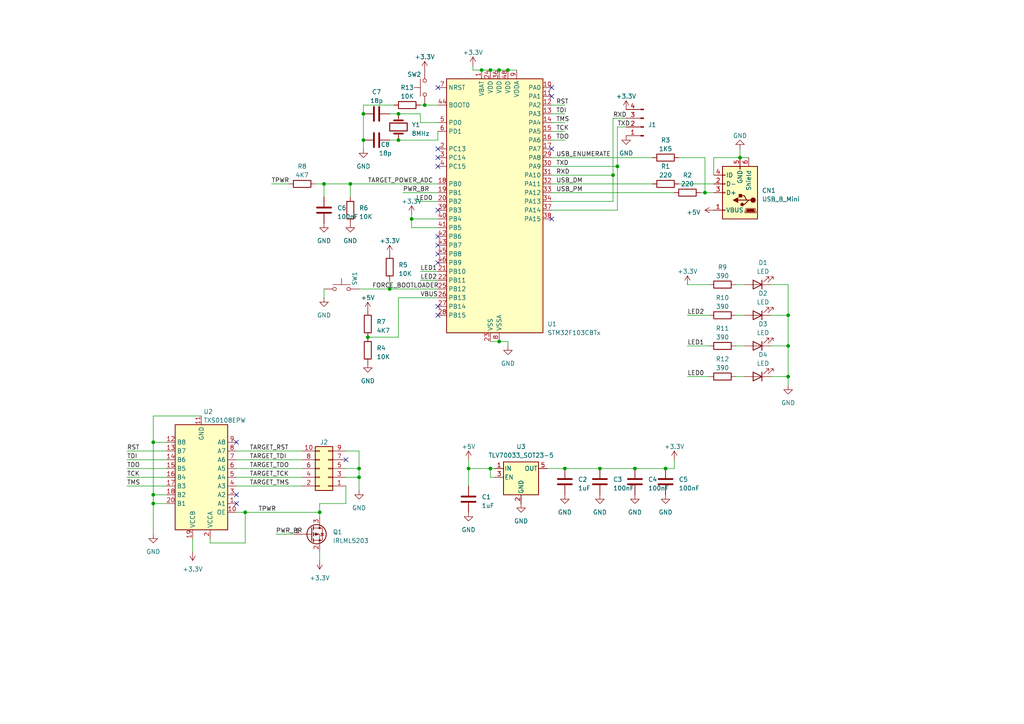
<source format=kicad_sch>
(kicad_sch (version 20230121) (generator eeschema)
  (paper "A4")
  (lib_symbols
    (symbol "Connector:Conn_01x04_Pin" (pin_names (offset 1.016) hide)
      (property "Reference" "J" (at 0 5.08 0))
      (property "Value" "Conn_01x04_Pin" (at 0 -7.62 0))
      (symbol "Conn_01x04_Pin_1_1"
        (polyline (pts (xy 1.27 -5.08) (xy 0.8636 -5.08)) (stroke (width 0.1524)))
        (polyline (pts (xy 1.27 -2.54) (xy 0.8636 -2.54)) (stroke (width 0.1524)))
        (polyline (pts (xy 1.27 0) (xy 0.8636 0)) (stroke (width 0.1524)))
        (polyline (pts (xy 1.27 2.54) (xy 0.8636 2.54)) (stroke (width 0.1524)))
        (rectangle (start 0.8636 -4.953) (end 0 -5.207) (stroke (width 0.1524)) (fill (type outline)))
        (rectangle (start 0.8636 -2.413) (end 0 -2.667) (stroke (width 0.1524)) (fill (type outline)))
        (rectangle (start 0.8636 0.127) (end 0 -0.127) (stroke (width 0.1524)) (fill (type outline)))
        (rectangle (start 0.8636 2.667) (end 0 2.413) (stroke (width 0.1524)) (fill (type outline)))
        (pin passive line (at 5.08 2.54 180) (length 3.81) (name "Pin_1") (number "1"))
        (pin passive line (at 5.08 0 180) (length 3.81) (name "Pin_2") (number "2"))
        (pin passive line (at 5.08 -2.54 180) (length 3.81) (name "Pin_3") (number "3"))
        (pin passive line (at 5.08 -5.08 180) (length 3.81) (name "Pin_4") (number "4"))
      )
    )
    (symbol "Connector:USB_B_Mini" (pin_names (offset 1.016))
      (property "Reference" "J" (at -5.08 11.43 0))
      (property "Value" "USB_B_Mini" (at -5.08 8.89 0))
      (symbol "USB_B_Mini_0_1"
        (rectangle (start -5.08 -7.62) (end 5.08 7.62) (stroke (width 0.254)) (fill (type background)))
        (circle (center -3.81 2.159) (radius 0.635) (stroke (width 0.254)) (fill (type outline)))
        (circle (center -0.635 3.429) (radius 0.381) (stroke (width 0.254)) (fill (type outline)))
        (rectangle (start -0.127 -7.62) (end 0.127 -6.858))
        (polyline (pts (xy -1.905 2.159) (xy 0.635 2.159)) (stroke (width 0.254)))
        (polyline (pts (xy -3.175 2.159) (xy -2.54 2.159) (xy -1.27 3.429) (xy -0.635 3.429)) (stroke (width 0.254)))
        (polyline (pts (xy -2.54 2.159) (xy -1.905 2.159) (xy -1.27 0.889) (xy 0 0.889)) (stroke (width 0.254)))
        (polyline (pts (xy 0.635 2.794) (xy 0.635 1.524) (xy 1.905 2.159) (xy 0.635 2.794)) (stroke (width 0.254)) (fill (type outline)))
        (polyline (pts (xy -4.318 5.588) (xy -1.778 5.588) (xy -2.032 4.826) (xy -4.064 4.826) (xy -4.318 5.588)) (fill (type outline)))
        (polyline (pts (xy -4.699 5.842) (xy -4.699 5.588) (xy -4.445 4.826) (xy -4.445 4.572) (xy -1.651 4.572) (xy -1.651 4.826) (xy -1.397 5.588) (xy -1.397 5.842) (xy -4.699 5.842)))
        (rectangle (start 0.254 1.27) (end -0.508 0.508) (stroke (width 0.254)) (fill (type outline)))
        (rectangle (start 5.08 -5.207) (end 4.318 -4.953))
        (rectangle (start 5.08 -2.667) (end 4.318 -2.413))
        (rectangle (start 5.08 -0.127) (end 4.318 0.127))
        (rectangle (start 5.08 4.953) (end 4.318 5.207))
      )
      (symbol "USB_B_Mini_1_1"
        (pin power_out line (at 7.62 5.08 180) (length 2.54) (name "VBUS") (number "1"))
        (pin bidirectional line (at 7.62 -2.54 180) (length 2.54) (name "D-") (number "2"))
        (pin bidirectional line (at 7.62 0 180) (length 2.54) (name "D+") (number "3"))
        (pin passive line (at 7.62 -5.08 180) (length 2.54) (name "ID") (number "4"))
        (pin power_out line (at 0 -10.16 90) (length 2.54) (name "GND") (number "5"))
        (pin passive line (at -2.54 -10.16 90) (length 2.54) (name "Shield") (number "6"))
      )
    )
    (symbol "Connector_Generic:Conn_02x05_Odd_Even" (pin_names (offset 1.016) hide)
      (property "Reference" "J" (at 1.27 7.62 0))
      (property "Value" "Conn_02x05_Odd_Even" (at 1.27 -7.62 0))
      (symbol "Conn_02x05_Odd_Even_1_1"
        (rectangle (start -1.27 -4.953) (end 0 -5.207) (stroke (width 0.1524)))
        (rectangle (start -1.27 -2.413) (end 0 -2.667) (stroke (width 0.1524)))
        (rectangle (start -1.27 0.127) (end 0 -0.127) (stroke (width 0.1524)))
        (rectangle (start -1.27 2.667) (end 0 2.413) (stroke (width 0.1524)))
        (rectangle (start -1.27 5.207) (end 0 4.953) (stroke (width 0.1524)))
        (rectangle (start -1.27 6.35) (end 3.81 -6.35) (stroke (width 0.254)) (fill (type background)))
        (rectangle (start 3.81 -4.953) (end 2.54 -5.207) (stroke (width 0.1524)))
        (rectangle (start 3.81 -2.413) (end 2.54 -2.667) (stroke (width 0.1524)))
        (rectangle (start 3.81 0.127) (end 2.54 -0.127) (stroke (width 0.1524)))
        (rectangle (start 3.81 2.667) (end 2.54 2.413) (stroke (width 0.1524)))
        (rectangle (start 3.81 5.207) (end 2.54 4.953) (stroke (width 0.1524)))
        (pin passive line (at -5.08 5.08 0) (length 3.81) (name "Pin_1") (number "1"))
        (pin passive line (at 7.62 -5.08 180) (length 3.81) (name "Pin_10") (number "10"))
        (pin passive line (at 7.62 5.08 180) (length 3.81) (name "Pin_2") (number "2"))
        (pin passive line (at -5.08 2.54 0) (length 3.81) (name "Pin_3") (number "3"))
        (pin passive line (at 7.62 2.54 180) (length 3.81) (name "Pin_4") (number "4"))
        (pin passive line (at -5.08 0 0) (length 3.81) (name "Pin_5") (number "5"))
        (pin passive line (at 7.62 0 180) (length 3.81) (name "Pin_6") (number "6"))
        (pin passive line (at -5.08 -2.54 0) (length 3.81) (name "Pin_7") (number "7"))
        (pin passive line (at 7.62 -2.54 180) (length 3.81) (name "Pin_8") (number "8"))
        (pin passive line (at -5.08 -5.08 0) (length 3.81) (name "Pin_9") (number "9"))
      )
    )
    (symbol "Device:C" (pin_numbers hide) (pin_names (offset 0.254))
      (property "Reference" "C" (at 0.635 2.54 0))
      (property "Value" "C" (at 0.635 -2.54 0))
      (symbol "C_0_1"
        (polyline (pts (xy -2.032 -0.762) (xy 2.032 -0.762)) (stroke (width 0.508)))
        (polyline (pts (xy -2.032 0.762) (xy 2.032 0.762)) (stroke (width 0.508)))
      )
      (symbol "C_1_1"
        (pin passive line (at 0 3.81 270) (length 2.794) (name "~") (number "1"))
        (pin passive line (at 0 -3.81 90) (length 2.794) (name "~") (number "2"))
      )
    )
    (symbol "Device:Crystal" (pin_numbers hide) (pin_names (offset 1.016) hide)
      (property "Reference" "Y" (at 0 3.81 0))
      (property "Value" "Crystal" (at 0 -3.81 0))
      (symbol "Crystal_0_1"
        (rectangle (start -1.143 2.54) (end 1.143 -2.54) (stroke (width 0.3048)))
        (polyline (pts (xy -2.54 0) (xy -1.905 0)))
        (polyline (pts (xy -1.905 -1.27) (xy -1.905 1.27)) (stroke (width 0.508)))
        (polyline (pts (xy 1.905 -1.27) (xy 1.905 1.27)) (stroke (width 0.508)))
        (polyline (pts (xy 2.54 0) (xy 1.905 0)))
      )
      (symbol "Crystal_1_1"
        (pin passive line (at -3.81 0 0) (length 1.27) (name "1") (number "1"))
        (pin passive line (at 3.81 0 180) (length 1.27) (name "2") (number "2"))
      )
    )
    (symbol "Device:LED" (pin_numbers hide) (pin_names (offset 1.016) hide)
      (property "Reference" "D" (at 0 2.54 0))
      (property "Value" "LED" (at 0 -2.54 0))
      (symbol "LED_0_1"
        (polyline (pts (xy -1.27 -1.27) (xy -1.27 1.27)) (stroke (width 0.254)))
        (polyline (pts (xy -1.27 0) (xy 1.27 0)))
        (polyline (pts (xy 1.27 -1.27) (xy 1.27 1.27) (xy -1.27 0) (xy 1.27 -1.27)) (stroke (width 0.254)))
        (polyline (pts (xy -3.048 -0.762) (xy -4.572 -2.286) (xy -3.81 -2.286) (xy -4.572 -2.286) (xy -4.572 -1.524)))
        (polyline (pts (xy -1.778 -0.762) (xy -3.302 -2.286) (xy -2.54 -2.286) (xy -3.302 -2.286) (xy -3.302 -1.524)))
      )
      (symbol "LED_1_1"
        (pin passive line (at -3.81 0 0) (length 2.54) (name "K") (number "1"))
        (pin passive line (at 3.81 0 180) (length 2.54) (name "A") (number "2"))
      )
    )
    (symbol "Device:R" (pin_numbers hide) (pin_names (offset 0))
      (property "Reference" "R" (at 2.032 0 90))
      (property "Value" "R" (at 0 0 90))
      (symbol "R_0_1"
        (rectangle (start -1.016 -2.54) (end 1.016 2.54) (stroke (width 0.254)))
      )
      (symbol "R_1_1"
        (pin passive line (at 0 3.81 270) (length 1.27) (name "~") (number "1"))
        (pin passive line (at 0 -3.81 90) (length 1.27) (name "~") (number "2"))
      )
    )
    (symbol "Logic_LevelTranslator:TXS0108EPW"
      (property "Reference" "U" (at -6.35 16.51 0))
      (property "Value" "TXS0108EPW" (at 3.81 16.51 0))
      (symbol "TXS0108EPW_0_1"
        (rectangle (start -7.62 15.24) (end 7.62 -15.24) (stroke (width 0.254)) (fill (type background)))
      )
      (symbol "TXS0108EPW_1_1"
        (pin bidirectional line (at -10.16 7.62 0) (length 2.54) (name "A1") (number "1"))
        (pin input line (at -10.16 10.16 0) (length 2.54) (name "OE") (number "10"))
        (pin power_in line (at 0 -17.78 90) (length 2.54) (name "GND") (number "11"))
        (pin bidirectional line (at 10.16 -10.16 180) (length 2.54) (name "B8") (number "12"))
        (pin bidirectional line (at 10.16 -7.62 180) (length 2.54) (name "B7") (number "13"))
        (pin bidirectional line (at 10.16 -5.08 180) (length 2.54) (name "B6") (number "14"))
        (pin bidirectional line (at 10.16 -2.54 180) (length 2.54) (name "B5") (number "15"))
        (pin bidirectional line (at 10.16 0 180) (length 2.54) (name "B4") (number "16"))
        (pin bidirectional line (at 10.16 2.54 180) (length 2.54) (name "B3") (number "17"))
        (pin bidirectional line (at 10.16 5.08 180) (length 2.54) (name "B2") (number "18"))
        (pin power_in line (at 2.54 17.78 270) (length 2.54) (name "VCCB") (number "19"))
        (pin power_in line (at -2.54 17.78 270) (length 2.54) (name "VCCA") (number "2"))
        (pin bidirectional line (at 10.16 7.62 180) (length 2.54) (name "B1") (number "20"))
        (pin bidirectional line (at -10.16 5.08 0) (length 2.54) (name "A2") (number "3"))
        (pin bidirectional line (at -10.16 2.54 0) (length 2.54) (name "A3") (number "4"))
        (pin bidirectional line (at -10.16 0 0) (length 2.54) (name "A4") (number "5"))
        (pin bidirectional line (at -10.16 -2.54 0) (length 2.54) (name "A5") (number "6"))
        (pin bidirectional line (at -10.16 -5.08 0) (length 2.54) (name "A6") (number "7"))
        (pin bidirectional line (at -10.16 -7.62 0) (length 2.54) (name "A7") (number "8"))
        (pin bidirectional line (at -10.16 -10.16 0) (length 2.54) (name "A8") (number "9"))
      )
    )
    (symbol "MCU_ST_STM32F1:STM32F103CBTx"
      (property "Reference" "U" (at -12.7 39.37 0))
      (property "Value" "STM32F103CBTx" (at 10.16 39.37 0))
      (symbol "STM32F103CBTx_0_1"
        (rectangle (start -12.7 -35.56) (end 15.24 38.1) (stroke (width 0.254)) (fill (type background)))
      )
      (symbol "STM32F103CBTx_1_1"
        (pin power_in line (at -2.54 40.64 270) (length 2.54) (name "VBAT") (number "1"))
        (pin bidirectional line (at 17.78 35.56 180) (length 2.54) (name "PA0") (number "10"))
        (pin bidirectional line (at 17.78 33.02 180) (length 2.54) (name "PA1") (number "11"))
        (pin bidirectional line (at 17.78 30.48 180) (length 2.54) (name "PA2") (number "12"))
        (pin bidirectional line (at 17.78 27.94 180) (length 2.54) (name "PA3") (number "13"))
        (pin bidirectional line (at 17.78 25.4 180) (length 2.54) (name "PA4") (number "14"))
        (pin bidirectional line (at 17.78 22.86 180) (length 2.54) (name "PA5") (number "15"))
        (pin bidirectional line (at 17.78 20.32 180) (length 2.54) (name "PA6") (number "16"))
        (pin bidirectional line (at 17.78 17.78 180) (length 2.54) (name "PA7") (number "17"))
        (pin bidirectional line (at -15.24 7.62 0) (length 2.54) (name "PB0") (number "18"))
        (pin bidirectional line (at -15.24 5.08 0) (length 2.54) (name "PB1") (number "19"))
        (pin bidirectional line (at -15.24 17.78 0) (length 2.54) (name "PC13") (number "2"))
        (pin bidirectional line (at -15.24 2.54 0) (length 2.54) (name "PB2") (number "20"))
        (pin bidirectional line (at -15.24 -17.78 0) (length 2.54) (name "PB10") (number "21"))
        (pin bidirectional line (at -15.24 -20.32 0) (length 2.54) (name "PB11") (number "22"))
        (pin power_in line (at 0 -38.1 90) (length 2.54) (name "VSS") (number "23"))
        (pin power_in line (at 0 40.64 270) (length 2.54) (name "VDD") (number "24"))
        (pin bidirectional line (at -15.24 -22.86 0) (length 2.54) (name "PB12") (number "25"))
        (pin bidirectional line (at -15.24 -25.4 0) (length 2.54) (name "PB13") (number "26"))
        (pin bidirectional line (at -15.24 -27.94 0) (length 2.54) (name "PB14") (number "27"))
        (pin bidirectional line (at -15.24 -30.48 0) (length 2.54) (name "PB15") (number "28"))
        (pin bidirectional line (at 17.78 15.24 180) (length 2.54) (name "PA8") (number "29"))
        (pin bidirectional line (at -15.24 15.24 0) (length 2.54) (name "PC14") (number "3"))
        (pin bidirectional line (at 17.78 12.7 180) (length 2.54) (name "PA9") (number "30"))
        (pin bidirectional line (at 17.78 10.16 180) (length 2.54) (name "PA10") (number "31"))
        (pin bidirectional line (at 17.78 7.62 180) (length 2.54) (name "PA11") (number "32"))
        (pin bidirectional line (at 17.78 5.08 180) (length 2.54) (name "PA12") (number "33"))
        (pin bidirectional line (at 17.78 2.54 180) (length 2.54) (name "PA13") (number "34"))
        (pin passive line (at 0 -38.1 90) (length 2.54) hide (name "VSS") (number "35"))
        (pin power_in line (at 2.54 40.64 270) (length 2.54) (name "VDD") (number "36"))
        (pin bidirectional line (at 17.78 0 180) (length 2.54) (name "PA14") (number "37"))
        (pin bidirectional line (at 17.78 -2.54 180) (length 2.54) (name "PA15") (number "38"))
        (pin bidirectional line (at -15.24 0 0) (length 2.54) (name "PB3") (number "39"))
        (pin bidirectional line (at -15.24 12.7 0) (length 2.54) (name "PC15") (number "4"))
        (pin bidirectional line (at -15.24 -2.54 0) (length 2.54) (name "PB4") (number "40"))
        (pin bidirectional line (at -15.24 -5.08 0) (length 2.54) (name "PB5") (number "41"))
        (pin bidirectional line (at -15.24 -7.62 0) (length 2.54) (name "PB6") (number "42"))
        (pin bidirectional line (at -15.24 -10.16 0) (length 2.54) (name "PB7") (number "43"))
        (pin input line (at -15.24 30.48 0) (length 2.54) (name "BOOT0") (number "44"))
        (pin bidirectional line (at -15.24 -12.7 0) (length 2.54) (name "PB8") (number "45"))
        (pin bidirectional line (at -15.24 -15.24 0) (length 2.54) (name "PB9") (number "46"))
        (pin passive line (at 0 -38.1 90) (length 2.54) hide (name "VSS") (number "47"))
        (pin power_in line (at 5.08 40.64 270) (length 2.54) (name "VDD") (number "48"))
        (pin bidirectional line (at -15.24 25.4 0) (length 2.54) (name "PD0") (number "5"))
        (pin bidirectional line (at -15.24 22.86 0) (length 2.54) (name "PD1") (number "6"))
        (pin input line (at -15.24 35.56 0) (length 2.54) (name "NRST") (number "7"))
        (pin power_in line (at 2.54 -38.1 90) (length 2.54) (name "VSSA") (number "8"))
        (pin power_in line (at 7.62 40.64 270) (length 2.54) (name "VDDA") (number "9"))
      )
    )
    (symbol "Regulator_Linear:TLV70033_SOT23-5" (pin_names (offset 0.254))
      (property "Reference" "U" (at -3.81 5.715 0))
      (property "Value" "TLV70033_SOT23-5" (at 0 5.715 0))
      (symbol "TLV70033_SOT23-5_0_1"
        (rectangle (start -5.08 4.445) (end 5.08 -5.08) (stroke (width 0.254)) (fill (type background)))
      )
      (symbol "TLV70033_SOT23-5_1_1"
        (pin power_in line (at -7.62 2.54 0) (length 2.54) (name "IN") (number "1"))
        (pin power_in line (at 0 -7.62 90) (length 2.54) (name "GND") (number "2"))
        (pin input line (at -7.62 0 0) (length 2.54) (name "EN") (number "3"))
        (pin no_connect line (at 5.08 0 180) (length 2.54) hide (name "NC") (number "4"))
        (pin power_out line (at 7.62 2.54 180) (length 2.54) (name "OUT") (number "5"))
      )
    )
    (symbol "Switch:SW_Push" (pin_numbers hide) (pin_names (offset 1.016) hide)
      (property "Reference" "SW" (at 1.27 2.54 0))
      (property "Value" "SW_Push" (at 0 -1.524 0))
      (symbol "SW_Push_0_1"
        (circle (center -2.032 0) (radius 0.508))
        (polyline (pts (xy 0 1.27) (xy 0 3.048)))
        (polyline (pts (xy 2.54 1.27) (xy -2.54 1.27)))
        (circle (center 2.032 0) (radius 0.508))
        (pin passive line (at -5.08 0 0) (length 2.54) (name "1") (number "1"))
        (pin passive line (at 5.08 0 180) (length 2.54) (name "2") (number "2"))
      )
    )
    (symbol "Transistor_FET:IRLML5203" (pin_names hide)
      (property "Reference" "Q" (at 5.08 1.905 0))
      (property "Value" "IRLML5203" (at 5.08 0 0))
      (symbol "IRLML5203_0_1"
        (polyline (pts (xy 0.254 0) (xy -2.54 0)))
        (polyline (pts (xy 0.254 1.905) (xy 0.254 -1.905)) (stroke (width 0.254)))
        (polyline (pts (xy 0.762 -1.27) (xy 0.762 -2.286)) (stroke (width 0.254)))
        (polyline (pts (xy 0.762 0.508) (xy 0.762 -0.508)) (stroke (width 0.254)))
        (polyline (pts (xy 0.762 2.286) (xy 0.762 1.27)) (stroke (width 0.254)))
        (polyline (pts (xy 2.54 2.54) (xy 2.54 1.778)))
        (polyline (pts (xy 2.54 -2.54) (xy 2.54 0) (xy 0.762 0)))
        (polyline (pts (xy 0.762 1.778) (xy 3.302 1.778) (xy 3.302 -1.778) (xy 0.762 -1.778)))
        (polyline (pts (xy 2.286 0) (xy 1.27 0.381) (xy 1.27 -0.381) (xy 2.286 0)) (fill (type outline)))
        (polyline (pts (xy 2.794 -0.508) (xy 2.921 -0.381) (xy 3.683 -0.381) (xy 3.81 -0.254)))
        (polyline (pts (xy 3.302 -0.381) (xy 2.921 0.254) (xy 3.683 0.254) (xy 3.302 -0.381)))
        (circle (center 1.651 0) (radius 2.794) (stroke (width 0.254)))
        (circle (center 2.54 -1.778) (radius 0.254) (fill (type outline)))
        (circle (center 2.54 1.778) (radius 0.254) (fill (type outline)))
      )
      (symbol "IRLML5203_1_1"
        (pin input line (at -5.08 0 0) (length 2.54) (name "G") (number "1"))
        (pin passive line (at 2.54 -5.08 90) (length 2.54) (name "S") (number "2"))
        (pin passive line (at 2.54 5.08 270) (length 2.54) (name "D") (number "3"))
      )
    )
    (symbol "power:+3.3V" (power) (pin_names (offset 0))
      (property "Value" "+3.3V" (at 0 3.556 0))
      (symbol "+3.3V_0_1"
        (polyline (pts (xy -0.762 1.27) (xy 0 2.54)))
        (polyline (pts (xy 0 0) (xy 0 2.54)))
        (polyline (pts (xy 0 2.54) (xy 0.762 1.27)))
      )
      (symbol "+3.3V_1_1"
        (pin power_in line (at 0 0 90) (length 0) hide (name "+3.3V") (number "1"))
      )
    )
    (symbol "power:+5V" (power) (pin_names (offset 0))
      (property "Value" "+5V" (at 0 3.556 0))
      (symbol "+5V_0_1"
        (polyline (pts (xy -0.762 1.27) (xy 0 2.54)))
        (polyline (pts (xy 0 0) (xy 0 2.54)))
        (polyline (pts (xy 0 2.54) (xy 0.762 1.27)))
      )
      (symbol "+5V_1_1"
        (pin power_in line (at 0 0 90) (length 0) hide (name "+5V") (number "1"))
      )
    )
    (symbol "power:GND" (power) (pin_names (offset 0))
      (property "Value" "GND" (at 0 -3.81 0))
      (symbol "GND_0_1"
        (polyline (pts (xy 0 0) (xy 0 -1.27) (xy 1.27 -1.27) (xy 0 -2.54) (xy -1.27 -1.27) (xy 0 -1.27)))
      )
      (symbol "GND_1_1"
        (pin power_in line (at 0 0 270) (length 0) hide (name "GND") (number "1"))
      )
    )
  )
  (junction (at 115.57 40.64))
  (junction (at 93.98 53.34))
  (junction (at 228.6 109.22))
  (junction (at 177.8 50.8))
  (junction (at 228.6 100.33))
  (junction (at 105.41 40.64))
  (junction (at 228.6 91.44))
  (junction (at 142.24 135.89))
  (junction (at 179.07 48.26))
  (junction (at 144.78 20.32))
  (junction (at 214.63 45.72))
  (junction (at 173.99 135.89))
  (junction (at 142.24 20.32))
  (junction (at 144.78 99.06))
  (junction (at 44.45 143.51))
  (junction (at 106.68 97.79))
  (junction (at 139.7 20.32))
  (junction (at 44.45 128.27))
  (junction (at 147.32 20.32))
  (junction (at 115.57 33.02))
  (junction (at 204.47 55.88))
  (junction (at 184.15 135.89))
  (junction (at 44.45 146.05))
  (junction (at 135.89 135.89))
  (junction (at 101.6 53.34))
  (junction (at 105.41 33.02))
  (junction (at 92.71 148.59))
  (junction (at 163.83 135.89))
  (junction (at 104.14 135.89))
  (junction (at 123.19 30.48))
  (junction (at 193.04 135.89))
  (junction (at 119.38 63.5))
  (junction (at 71.12 148.59))
  (junction (at 113.03 83.82))
  (junction (at 104.14 138.43))
  (no_connect (at 127 60.96))
  (no_connect (at 68.58 128.27))
  (no_connect (at 127 71.12))
  (no_connect (at 160.02 27.94))
  (no_connect (at 127 91.44))
  (no_connect (at 127 88.9))
  (no_connect (at 68.58 143.51))
  (no_connect (at 160.02 63.5))
  (no_connect (at 127 25.4))
  (no_connect (at 127 73.66))
  (no_connect (at 100.33 133.35))
  (no_connect (at 68.58 146.05))
  (no_connect (at 127 68.58))
  (no_connect (at 127 45.72))
  (no_connect (at 127 76.2))
  (no_connect (at 127 43.18))
  (no_connect (at 127 48.26))
  (no_connect (at 160.02 43.18))
  (no_connect (at 160.02 25.4))
  (wire (pts (xy 68.58 135.89) (xy 87.63 135.89)))
  (wire (pts (xy 105.41 40.64) (xy 105.41 43.18)))
  (wire (pts (xy 196.85 45.72) (xy 204.47 45.72)))
  (wire (pts (xy 121.92 78.74) (xy 127 78.74)))
  (wire (pts (xy 101.6 53.34) (xy 101.6 57.15)))
  (wire (pts (xy 36.83 140.97) (xy 48.26 140.97)))
  (wire (pts (xy 44.45 146.05) (xy 48.26 146.05)))
  (wire (pts (xy 149.86 20.32) (xy 147.32 20.32)))
  (wire (pts (xy 92.71 146.05) (xy 92.71 148.59)))
  (wire (pts (xy 147.32 20.32) (xy 144.78 20.32)))
  (wire (pts (xy 137.16 19.05) (xy 137.16 20.32)))
  (wire (pts (xy 160.02 53.34) (xy 189.23 53.34)))
  (wire (pts (xy 160.02 48.26) (xy 179.07 48.26)))
  (wire (pts (xy 68.58 148.59) (xy 71.12 148.59)))
  (wire (pts (xy 113.03 83.82) (xy 127 83.82)))
  (wire (pts (xy 121.92 81.28) (xy 127 81.28)))
  (wire (pts (xy 228.6 100.33) (xy 228.6 109.22)))
  (wire (pts (xy 181.61 34.29) (xy 177.8 34.29)))
  (wire (pts (xy 213.36 91.44) (xy 215.9 91.44)))
  (wire (pts (xy 160.02 30.48) (xy 163.83 30.48)))
  (wire (pts (xy 144.78 20.32) (xy 142.24 20.32)))
  (wire (pts (xy 143.51 135.89) (xy 142.24 135.89)))
  (wire (pts (xy 93.98 53.34) (xy 101.6 53.34)))
  (wire (pts (xy 142.24 135.89) (xy 142.24 138.43)))
  (wire (pts (xy 100.33 130.81) (xy 104.14 130.81)))
  (wire (pts (xy 147.32 99.06) (xy 147.32 100.33)))
  (wire (pts (xy 163.83 135.89) (xy 173.99 135.89)))
  (wire (pts (xy 104.14 83.82) (xy 113.03 83.82)))
  (wire (pts (xy 207.01 50.8) (xy 207.01 45.72)))
  (wire (pts (xy 104.14 130.81) (xy 104.14 135.89)))
  (wire (pts (xy 115.57 86.36) (xy 115.57 97.79)))
  (wire (pts (xy 179.07 36.83) (xy 179.07 48.26)))
  (wire (pts (xy 127 38.1) (xy 127 40.64)))
  (wire (pts (xy 228.6 91.44) (xy 228.6 100.33)))
  (wire (pts (xy 100.33 138.43) (xy 104.14 138.43)))
  (wire (pts (xy 142.24 20.32) (xy 139.7 20.32)))
  (wire (pts (xy 223.52 91.44) (xy 228.6 91.44)))
  (wire (pts (xy 127 40.64) (xy 115.57 40.64)))
  (wire (pts (xy 199.39 100.33) (xy 205.74 100.33)))
  (wire (pts (xy 207.01 45.72) (xy 214.63 45.72)))
  (wire (pts (xy 93.98 53.34) (xy 93.98 57.15)))
  (wire (pts (xy 214.63 45.72) (xy 217.17 45.72)))
  (wire (pts (xy 100.33 146.05) (xy 100.33 140.97)))
  (wire (pts (xy 78.74 53.34) (xy 83.82 53.34)))
  (wire (pts (xy 135.89 133.35) (xy 135.89 135.89)))
  (wire (pts (xy 105.41 30.48) (xy 105.41 33.02)))
  (wire (pts (xy 92.71 146.05) (xy 100.33 146.05)))
  (wire (pts (xy 113.03 33.02) (xy 115.57 33.02)))
  (wire (pts (xy 160.02 45.72) (xy 189.23 45.72)))
  (wire (pts (xy 60.96 157.48) (xy 71.12 157.48)))
  (wire (pts (xy 119.38 63.5) (xy 127 63.5)))
  (wire (pts (xy 71.12 148.59) (xy 71.12 157.48)))
  (wire (pts (xy 173.99 135.89) (xy 184.15 135.89)))
  (wire (pts (xy 113.03 81.28) (xy 113.03 83.82)))
  (wire (pts (xy 121.92 33.02) (xy 115.57 33.02)))
  (wire (pts (xy 93.98 83.82) (xy 93.98 86.36)))
  (wire (pts (xy 160.02 38.1) (xy 163.83 38.1)))
  (wire (pts (xy 214.63 43.18) (xy 214.63 45.72)))
  (wire (pts (xy 199.39 82.55) (xy 205.74 82.55)))
  (wire (pts (xy 144.78 99.06) (xy 147.32 99.06)))
  (wire (pts (xy 36.83 135.89) (xy 48.26 135.89)))
  (wire (pts (xy 199.39 109.22) (xy 205.74 109.22)))
  (wire (pts (xy 55.88 156.21) (xy 55.88 160.02)))
  (wire (pts (xy 223.52 100.33) (xy 228.6 100.33)))
  (wire (pts (xy 177.8 58.42) (xy 160.02 58.42)))
  (wire (pts (xy 36.83 138.43) (xy 48.26 138.43)))
  (wire (pts (xy 58.42 120.65) (xy 44.45 120.65)))
  (wire (pts (xy 119.38 63.5) (xy 119.38 66.04)))
  (wire (pts (xy 135.89 135.89) (xy 135.89 140.97)))
  (wire (pts (xy 228.6 82.55) (xy 228.6 91.44)))
  (wire (pts (xy 179.07 48.26) (xy 179.07 60.96)))
  (wire (pts (xy 142.24 99.06) (xy 144.78 99.06)))
  (wire (pts (xy 60.96 157.48) (xy 60.96 156.21)))
  (wire (pts (xy 91.44 53.34) (xy 93.98 53.34)))
  (wire (pts (xy 104.14 135.89) (xy 104.14 138.43)))
  (wire (pts (xy 193.04 135.89) (xy 195.58 135.89)))
  (wire (pts (xy 120.65 58.42) (xy 127 58.42)))
  (wire (pts (xy 213.36 109.22) (xy 215.9 109.22)))
  (wire (pts (xy 142.24 135.89) (xy 135.89 135.89)))
  (wire (pts (xy 44.45 143.51) (xy 44.45 146.05)))
  (wire (pts (xy 105.41 33.02) (xy 105.41 40.64)))
  (wire (pts (xy 92.71 160.02) (xy 92.71 162.56)))
  (wire (pts (xy 44.45 128.27) (xy 48.26 128.27)))
  (wire (pts (xy 127 35.56) (xy 121.92 35.56)))
  (wire (pts (xy 177.8 50.8) (xy 177.8 58.42)))
  (wire (pts (xy 121.92 35.56) (xy 121.92 33.02)))
  (wire (pts (xy 44.45 146.05) (xy 44.45 154.94)))
  (wire (pts (xy 113.03 40.64) (xy 115.57 40.64)))
  (wire (pts (xy 204.47 45.72) (xy 204.47 55.88)))
  (wire (pts (xy 36.83 130.81) (xy 48.26 130.81)))
  (wire (pts (xy 44.45 128.27) (xy 44.45 143.51)))
  (wire (pts (xy 160.02 55.88) (xy 195.58 55.88)))
  (wire (pts (xy 203.2 55.88) (xy 204.47 55.88)))
  (wire (pts (xy 204.47 55.88) (xy 207.01 55.88)))
  (wire (pts (xy 181.61 36.83) (xy 179.07 36.83)))
  (wire (pts (xy 68.58 138.43) (xy 87.63 138.43)))
  (wire (pts (xy 143.51 138.43) (xy 142.24 138.43)))
  (wire (pts (xy 123.19 30.48) (xy 127 30.48)))
  (wire (pts (xy 104.14 138.43) (xy 104.14 142.24)))
  (wire (pts (xy 160.02 50.8) (xy 177.8 50.8)))
  (wire (pts (xy 158.75 135.89) (xy 163.83 135.89)))
  (wire (pts (xy 127 66.04) (xy 119.38 66.04)))
  (wire (pts (xy 71.12 148.59) (xy 92.71 148.59)))
  (wire (pts (xy 160.02 60.96) (xy 179.07 60.96)))
  (wire (pts (xy 114.3 30.48) (xy 105.41 30.48)))
  (wire (pts (xy 119.38 62.23) (xy 119.38 63.5)))
  (wire (pts (xy 139.7 20.32) (xy 137.16 20.32)))
  (wire (pts (xy 160.02 33.02) (xy 163.83 33.02)))
  (wire (pts (xy 80.01 154.94) (xy 85.09 154.94)))
  (wire (pts (xy 44.45 143.51) (xy 48.26 143.51)))
  (wire (pts (xy 228.6 109.22) (xy 228.6 111.76)))
  (wire (pts (xy 92.71 148.59) (xy 92.71 149.86)))
  (wire (pts (xy 223.52 82.55) (xy 228.6 82.55)))
  (wire (pts (xy 195.58 133.35) (xy 195.58 135.89)))
  (wire (pts (xy 199.39 91.44) (xy 205.74 91.44)))
  (wire (pts (xy 223.52 109.22) (xy 228.6 109.22)))
  (wire (pts (xy 44.45 120.65) (xy 44.45 128.27)))
  (wire (pts (xy 115.57 97.79) (xy 106.68 97.79)))
  (wire (pts (xy 213.36 100.33) (xy 215.9 100.33)))
  (wire (pts (xy 116.84 55.88) (xy 127 55.88)))
  (wire (pts (xy 68.58 133.35) (xy 87.63 133.35)))
  (wire (pts (xy 121.92 30.48) (xy 123.19 30.48)))
  (wire (pts (xy 160.02 35.56) (xy 163.83 35.56)))
  (wire (pts (xy 100.33 135.89) (xy 104.14 135.89)))
  (wire (pts (xy 68.58 140.97) (xy 87.63 140.97)))
  (wire (pts (xy 160.02 40.64) (xy 163.83 40.64)))
  (wire (pts (xy 101.6 53.34) (xy 127 53.34)))
  (wire (pts (xy 196.85 53.34) (xy 207.01 53.34)))
  (wire (pts (xy 213.36 82.55) (xy 215.9 82.55)))
  (wire (pts (xy 68.58 130.81) (xy 87.63 130.81)))
  (wire (pts (xy 115.57 86.36) (xy 127 86.36)))
  (wire (pts (xy 36.83 133.35) (xy 48.26 133.35)))
  (wire (pts (xy 184.15 135.89) (xy 193.04 135.89)))
  (wire (pts (xy 177.8 34.29) (xy 177.8 50.8)))
  (label "FORCE_BOOTLOADER" (at 107.95 83.82 0))
  (label "TPWR" (at 74.93 148.59 0))
  (label "USB_DM" (at 161.29 53.34 0))
  (label "VBUS" (at 121.92 86.36 0))
  (label "TDI" (at 161.29 33.02 0))
  (label "USB_ENUMERATE" (at 161.29 45.72 0))
  (label "TARGET_TMS" (at 72.39 140.97 0))
  (label "TARGET_TDO" (at 72.39 135.89 0))
  (label "RST" (at 161.29 30.48 0))
  (label "USB_PM" (at 161.29 55.88 0))
  (label "TMS" (at 161.29 35.56 0))
  (label "RXD" (at 161.29 50.8 0))
  (label "TARGET_TCK" (at 72.39 138.43 0))
  (label "TARGET_TDI" (at 72.39 133.35 0))
  (label "TMS" (at 36.83 140.97 0))
  (label "TARGET_POWER_ADC" (at 106.68 53.34 0))
  (label "LED2" (at 199.39 91.44 0))
  (label "TXD" (at 161.29 48.26 0))
  (label "TCK" (at 36.83 138.43 0))
  (label "RXD" (at 177.8 34.29 0))
  (label "PWR_BR" (at 116.84 55.88 0))
  (label "LED1" (at 121.92 78.74 0))
  (label "TXD" (at 179.07 36.83 0))
  (label "PWR_BR" (at 80.01 154.94 0))
  (label "TDO" (at 161.29 40.64 0))
  (label "TARGET_RST" (at 72.39 130.81 0))
  (label "LED2" (at 121.92 81.28 0))
  (label "TDI" (at 36.83 133.35 0))
  (label "TDO" (at 36.83 135.89 0))
  (label "LED0" (at 199.39 109.22 0))
  (label "LED1" (at 199.39 100.33 0))
  (label "RST" (at 36.83 130.81 0))
  (label "TPWR" (at 78.74 53.34 0))
  (label "LED0" (at 120.65 58.42 0))
  (label "TCK" (at 161.29 38.1 0))
  (symbol (lib_id "Device:LED") (at 219.71 109.22 180) (unit 1)
    (property "Reference" "D4" (at 221.2975 102.87 0))
    (property "Value" "LED" (at 221.2975 105.41 0))
    (property "Footprint" "Resistor_SMD:R_0603_1608Metric_Pad0.98x0.95mm_HandSolder" (effects hide))
  )
  (symbol (lib_id "Device:C") (at 163.83 139.7 180) (unit 1)
    (property "Reference" "C2" (at 167.64 139.065 0) (effects (justify right)))
    (property "Value" "1uF" (at 167.64 141.605 0) (effects (justify right)))
    (property "Footprint" "Capacitor_SMD:C_0805_2012Metric_Pad1.18x1.45mm_HandSolder" (effects hide))
  )
  (symbol (lib_id "Connector_Generic:Conn_02x05_Odd_Even") (at 95.25 135.89 180) (unit 1)
    (property "Reference" "J2" (at 93.98 128.27 0))
    (property "Value" "Conn_02x05_Odd_Even" (effects hide))
    (property "Footprint" "Connector_IDC:IDC-Header_2x05_P2.54mm_Vertical" (effects hide))
  )
  (symbol (lib_id "power:+5V") (at 106.68 90.17 0) (unit 1)
    (property "Reference" "#PWR014" (effects hide))
    (property "Value" "+5V" (at 106.68 86.36 0))
  )
  (symbol (lib_id "power:+3.3V") (at 123.19 20.32 0) (unit 1)
    (property "Reference" "#PWR07" (effects hide))
    (property "Value" "+3.3V" (at 123.19 16.51 0))
  )
  (symbol (lib_id "power:+3.3V") (at 92.71 162.56 180) (unit 1)
    (property "Reference" "#PWR020" (effects hide))
    (property "Value" "+3.3V" (at 92.71 167.64 0))
  )
  (symbol (lib_id "Connector:USB_B_Mini") (at 214.63 55.88 180) (unit 1)
    (property "Reference" "CN1" (at 220.98 55.245 0) (effects (justify right)))
    (property "Value" "USB_B_Mini" (at 220.98 57.785 0) (effects (justify right)))
    (property "Footprint" "Connector_USB:USB_Mini-B_Lumberg_2486_01_Horizontal" (effects hide))
  )
  (symbol (lib_id "Switch:SW_Push") (at 123.19 25.4 90) (unit 1)
    (property "Reference" "SW2" (at 118.11 21.59 90) (effects (justify right)))
    (property "Value" "SW_Push" (effects hide))
    (property "Footprint" "Custom PADs:BMP_SWITCH_2PIN" (effects hide))
  )
  (symbol (lib_id "power:GND") (at 184.15 143.51 0) (unit 1)
    (property "Reference" "#PWR027" (effects hide))
    (property "Value" "GND" (at 184.15 148.59 0))
  )
  (symbol (lib_id "Device:R") (at 106.68 101.6 180) (unit 1)
    (property "Reference" "R4" (at 109.22 100.965 0) (effects (justify right)))
    (property "Value" "10K" (at 109.22 103.505 0) (effects (justify right)))
    (property "Footprint" "Resistor_SMD:R_0603_1608Metric_Pad0.98x0.95mm_HandSolder" (effects hide))
  )
  (symbol (lib_id "Device:R") (at 106.68 93.98 180) (unit 1)
    (property "Reference" "R7" (at 109.22 93.345 0) (effects (justify right)))
    (property "Value" "4K7" (at 109.22 95.885 0) (effects (justify right)))
    (property "Footprint" "Resistor_SMD:R_0603_1608Metric_Pad0.98x0.95mm_HandSolder" (effects hide))
  )
  (symbol (lib_id "power:+5V") (at 207.01 60.96 90) (unit 1)
    (property "Reference" "#PWR02" (effects hide))
    (property "Value" "+5V" (at 203.2 61.595 90) (effects (justify left)))
  )
  (symbol (lib_id "Logic_LevelTranslator:TXS0108EPW") (at 58.42 138.43 180) (unit 1)
    (property "Reference" "U2" (at 59.0041 119.38 0) (effects (justify right)))
    (property "Value" "TXS0108EPW" (at 59.0041 121.92 0) (effects (justify right)))
    (property "Footprint" "Package_SO:TSSOP-20_4.4x6.5mm_P0.65mm" (effects hide))
    (property "Datasheet" "www.ti.com/lit/ds/symlink/txs0108e.pdf" (effects hide))
  )
  (symbol (lib_id "Device:R") (at 209.55 82.55 90) (unit 1)
    (property "Reference" "R9" (at 209.55 77.47 90))
    (property "Value" "390" (at 209.55 80.01 90))
    (property "Footprint" "Resistor_SMD:R_0603_1608Metric_Pad0.98x0.95mm_HandSolder" (effects hide))
  )
  (symbol (lib_id "power:+3.3V") (at 181.61 31.75 0) (unit 1)
    (property "Reference" "#PWR04" (effects hide))
    (property "Value" "+3.3V" (at 181.61 27.94 0))
  )
  (symbol (lib_id "power:GND") (at 173.99 143.51 0) (unit 1)
    (property "Reference" "#PWR026" (effects hide))
    (property "Value" "GND" (at 173.99 148.59 0))
  )
  (symbol (lib_id "Transistor_FET:IRLML5203") (at 90.17 154.94 0) (unit 1)
    (property "Reference" "Q1" (at 96.52 154.305 0) (effects (justify left)))
    (property "Value" "IRLML5203" (at 96.52 156.845 0) (effects (justify left)))
    (property "Footprint" "Package_TO_SOT_SMD:SOT-23" (effects hide))
    (property "Datasheet" "https://www.infineon.com/dgdl/irlml5203pbf.pdf?fileId=5546d462533600a40153566868da261d" (effects hide))
  )
  (symbol (lib_id "Device:R") (at 199.39 55.88 90) (unit 1)
    (property "Reference" "R2" (at 199.39 50.8 90))
    (property "Value" "220" (at 199.39 53.34 90))
    (property "Footprint" "Resistor_SMD:R_0603_1608Metric_Pad0.98x0.95mm_HandSolder" (effects hide))
  )
  (symbol (lib_id "power:GND") (at 214.63 43.18 180) (unit 1)
    (property "Reference" "#PWR01" (effects hide))
    (property "Value" "GND" (at 214.63 39.37 0))
  )
  (symbol (lib_id "Device:R") (at 209.55 100.33 90) (unit 1)
    (property "Reference" "R11" (at 209.55 95.25 90))
    (property "Value" "390" (at 209.55 97.79 90))
    (property "Footprint" "Resistor_SMD:R_0603_1608Metric_Pad0.98x0.95mm_HandSolder" (effects hide))
  )
  (symbol (lib_id "Device:R") (at 113.03 77.47 180) (unit 1)
    (property "Reference" "R5" (at 115.57 76.835 0) (effects (justify right)))
    (property "Value" "10K" (at 115.57 79.375 0) (effects (justify right)))
    (property "Footprint" "Resistor_SMD:R_0603_1608Metric_Pad0.98x0.95mm_HandSolder" (effects hide))
  )
  (symbol (lib_id "power:+3.3V") (at 119.38 62.23 0) (unit 1)
    (property "Reference" "#PWR011" (effects hide))
    (property "Value" "+3.3V" (at 119.38 58.42 0))
  )
  (symbol (lib_id "power:+3.3V") (at 199.39 82.55 0) (unit 1)
    (property "Reference" "#PWR016" (effects hide))
    (property "Value" "+3.3V" (at 199.39 78.74 0))
  )
  (symbol (lib_id "Device:R") (at 87.63 53.34 90) (unit 1)
    (property "Reference" "R8" (at 87.63 48.26 90))
    (property "Value" "4K7" (at 87.63 50.8 90))
    (property "Footprint" "Resistor_SMD:R_0603_1608Metric_Pad0.98x0.95mm_HandSolder" (effects hide))
  )
  (symbol (lib_id "Device:C") (at 93.98 60.96 180) (unit 1)
    (property "Reference" "C6" (at 97.79 60.325 0) (effects (justify right)))
    (property "Value" "100nF" (at 97.79 62.865 0) (effects (justify right)))
    (property "Footprint" "Capacitor_SMD:C_0603_1608Metric_Pad1.08x0.95mm_HandSolder" (effects hide))
  )
  (symbol (lib_id "power:+3.3V") (at 55.88 160.02 180) (unit 1)
    (property "Reference" "#PWR019" (effects hide))
    (property "Value" "+3.3V" (at 55.88 165.1 0))
  )
  (symbol (lib_id "power:GND") (at 163.83 143.51 0) (unit 1)
    (property "Reference" "#PWR025" (effects hide))
    (property "Value" "GND" (at 163.83 148.59 0))
  )
  (symbol (lib_id "Device:C") (at 173.99 139.7 180) (unit 1)
    (property "Reference" "C3" (at 177.8 139.065 0) (effects (justify right)))
    (property "Value" "100nF" (at 177.8 141.605 0) (effects (justify right)))
    (property "Footprint" "Capacitor_SMD:C_0603_1608Metric_Pad1.08x0.95mm_HandSolder" (effects hide))
  )
  (symbol (lib_id "power:+3.3V") (at 113.03 73.66 0) (unit 1)
    (property "Reference" "#PWR013" (effects hide))
    (property "Value" "+3.3V" (at 113.03 69.85 0))
  )
  (symbol (lib_id "Device:R") (at 193.04 45.72 90) (unit 1)
    (property "Reference" "R3" (at 193.04 40.64 90))
    (property "Value" "1K5" (at 193.04 43.18 90))
    (property "Footprint" "Resistor_SMD:R_0603_1608Metric_Pad0.98x0.95mm_HandSolder" (effects hide))
  )
  (symbol (lib_id "power:GND") (at 93.98 86.36 0) (unit 1)
    (property "Reference" "#PWR012" (effects hide))
    (property "Value" "GND" (at 93.98 91.44 0))
  )
  (symbol (lib_id "Device:LED") (at 219.71 91.44 180) (unit 1)
    (property "Reference" "D2" (at 221.2975 85.09 0))
    (property "Value" "LED" (at 221.2975 87.63 0))
    (property "Footprint" "Resistor_SMD:R_0603_1608Metric_Pad0.98x0.95mm_HandSolder" (effects hide))
  )
  (symbol (lib_id "Device:R") (at 193.04 53.34 90) (unit 1)
    (property "Reference" "R1" (at 193.04 48.26 90))
    (property "Value" "220" (at 193.04 50.8 90))
    (property "Footprint" "Resistor_SMD:R_0603_1608Metric_Pad0.98x0.95mm_HandSolder" (effects hide))
  )
  (symbol (lib_id "power:GND") (at 106.68 105.41 0) (unit 1)
    (property "Reference" "#PWR015" (effects hide))
    (property "Value" "GND" (at 106.68 110.49 0))
  )
  (symbol (lib_id "power:GND") (at 193.04 143.51 0) (unit 1)
    (property "Reference" "#PWR028" (effects hide))
    (property "Value" "GND" (at 193.04 148.59 0))
  )
  (symbol (lib_id "power:GND") (at 44.45 154.94 0) (unit 1)
    (property "Reference" "#PWR018" (effects hide))
    (property "Value" "GND" (at 44.45 160.02 0))
  )
  (symbol (lib_id "power:GND") (at 104.14 142.24 0) (unit 1)
    (property "Reference" "#PWR021" (effects hide))
    (property "Value" "GND" (at 104.14 147.32 0))
  )
  (symbol (lib_id "power:+5V") (at 135.89 133.35 0) (unit 1)
    (property "Reference" "#PWR022" (effects hide))
    (property "Value" "+5V" (at 135.89 129.54 0))
  )
  (symbol (lib_id "Device:C") (at 109.22 40.64 90) (unit 1)
    (property "Reference" "C8" (at 111.76 41.91 90))
    (property "Value" "18p" (at 111.76 44.45 90))
    (property "Footprint" "Capacitor_SMD:C_0603_1608Metric_Pad1.08x0.95mm_HandSolder" (effects hide))
  )
  (symbol (lib_id "Connector:Conn_01x04_Pin") (at 186.69 36.83 180) (unit 1)
    (property "Reference" "J1" (at 187.96 36.195 0) (effects (justify right)))
    (property "Value" "Conn_01x04_Pin" (effects hide))
    (property "Footprint" "Connector_PinHeader_2.54mm:PinHeader_1x04_P2.54mm_Vertical" (effects hide))
  )
  (symbol (lib_id "Device:LED") (at 219.71 100.33 180) (unit 1)
    (property "Reference" "D3" (at 221.2975 93.98 0))
    (property "Value" "LED" (at 221.2975 96.52 0))
    (property "Footprint" "Resistor_SMD:R_0603_1608Metric_Pad0.98x0.95mm_HandSolder" (effects hide))
  )
  (symbol (lib_id "Device:R") (at 118.11 30.48 90) (unit 1)
    (property "Reference" "R13" (at 118.11 25.4 90))
    (property "Value" "10K" (at 118.11 27.94 90))
    (property "Footprint" "Resistor_SMD:R_0603_1608Metric_Pad0.98x0.95mm_HandSolder" (effects hide))
  )
  (symbol (lib_id "power:GND") (at 181.61 39.37 0) (unit 1)
    (property "Reference" "#PWR03" (effects hide))
    (property "Value" "GND" (at 181.61 44.45 0))
  )
  (symbol (lib_id "Device:C") (at 135.89 144.78 180) (unit 1)
    (property "Reference" "C1" (at 139.7 144.145 0) (effects (justify right)))
    (property "Value" "1uF" (at 139.7 146.685 0) (effects (justify right)))
    (property "Footprint" "Capacitor_SMD:C_0805_2012Metric_Pad1.18x1.45mm_HandSolder" (effects hide))
  )
  (symbol (lib_id "power:GND") (at 101.6 64.77 0) (unit 1)
    (property "Reference" "#PWR010" (effects hide))
    (property "Value" "GND" (at 101.6 69.85 0))
  )
  (symbol (lib_id "power:GND") (at 105.41 43.18 0) (unit 1)
    (property "Reference" "#PWR06" (effects hide))
    (property "Value" "GND" (at 105.41 48.26 0))
  )
  (symbol (lib_id "power:GND") (at 228.6 111.76 0) (unit 1)
    (property "Reference" "#PWR017" (effects hide))
    (property "Value" "GND" (at 228.6 116.84 0))
  )
  (symbol (lib_id "Device:C") (at 184.15 139.7 180) (unit 1)
    (property "Reference" "C4" (at 187.96 139.065 0) (effects (justify right)))
    (property "Value" "100nF" (at 187.96 141.605 0) (effects (justify right)))
    (property "Footprint" "Capacitor_SMD:C_0603_1608Metric_Pad1.08x0.95mm_HandSolder" (effects hide))
  )
  (symbol (lib_id "power:GND") (at 93.98 64.77 0) (unit 1)
    (property "Reference" "#PWR09" (effects hide))
    (property "Value" "GND" (at 93.98 69.85 0))
  )
  (symbol (lib_id "Device:C") (at 193.04 139.7 180) (unit 1)
    (property "Reference" "C5" (at 196.85 139.065 0) (effects (justify right)))
    (property "Value" "100nF" (at 196.85 141.605 0) (effects (justify right)))
    (property "Footprint" "Capacitor_SMD:C_0603_1608Metric_Pad1.08x0.95mm_HandSolder" (effects hide))
  )
  (symbol (lib_id "Device:R") (at 209.55 91.44 90) (unit 1)
    (property "Reference" "R10" (at 209.55 86.36 90))
    (property "Value" "390" (at 209.55 88.9 90))
    (property "Footprint" "Resistor_SMD:R_0603_1608Metric_Pad0.98x0.95mm_HandSolder" (effects hide))
  )
  (symbol (lib_id "Regulator_Linear:TLV70033_SOT23-5") (at 151.13 138.43 0) (unit 1)
    (property "Reference" "U3" (at 151.13 129.54 0))
    (property "Value" "TLV70033_SOT23-5" (at 151.13 132.08 0))
    (property "Footprint" "Package_TO_SOT_SMD:SOT-23-5" (effects hide))
    (property "Datasheet" "http://www.ti.com/lit/ds/symlink/tlv700.pdf" (effects hide))
  )
  (symbol (lib_id "Device:R") (at 101.6 60.96 180) (unit 1)
    (property "Reference" "R6" (at 104.14 60.325 0) (effects (justify right)))
    (property "Value" "10K" (at 104.14 62.865 0) (effects (justify right)))
    (property "Footprint" "Resistor_SMD:R_0603_1608Metric_Pad0.98x0.95mm_HandSolder" (effects hide))
  )
  (symbol (lib_id "power:+3.3V") (at 137.16 19.05 0) (unit 1)
    (property "Reference" "#PWR05" (effects hide))
    (property "Value" "+3.3V" (at 137.16 15.24 0))
  )
  (symbol (lib_id "Switch:SW_Push") (at 99.06 83.82 0) (unit 1)
    (property "Reference" "SW1" (at 102.87 78.74 90) (effects (justify right)))
    (property "Value" "SW_Push" (effects hide))
    (property "Footprint" "Custom PADs:BMP_SWITCH_2PIN" (effects hide))
  )
  (symbol (lib_id "power:GND") (at 135.89 148.59 0) (unit 1)
    (property "Reference" "#PWR023" (effects hide))
    (property "Value" "GND" (at 135.89 153.67 0))
  )
  (symbol (lib_id "power:GND") (at 147.32 100.33 0) (unit 1)
    (property "Reference" "#PWR08" (effects hide))
    (property "Value" "GND" (at 147.32 105.41 0))
  )
  (symbol (lib_id "power:+3.3V") (at 195.58 133.35 0) (unit 1)
    (property "Reference" "#PWR029" (effects hide))
    (property "Value" "+3.3V" (at 195.58 129.54 0))
  )
  (symbol (lib_id "Device:C") (at 109.22 33.02 90) (unit 1)
    (property "Reference" "C7" (at 109.22 26.67 90))
    (property "Value" "18p" (at 109.22 29.21 90))
    (property "Footprint" "Capacitor_SMD:C_0603_1608Metric_Pad1.08x0.95mm_HandSolder" (effects hide))
  )
  (symbol (lib_id "MCU_ST_STM32F1:STM32F103CBTx") (at 142.24 60.96 0) (unit 1)
    (property "Reference" "U1" (at 158.75 93.98 0) (effects (justify left)))
    (property "Value" "STM32F103CBTx" (at 158.75 96.52 0) (effects (justify left)))
    (property "Footprint" "Package_QFP:LQFP-48_7x7mm_P0.5mm" (effects hide))
    (property "Datasheet" "https://www.st.com/resource/en/datasheet/stm32f103cb.pdf" (effects hide))
  )
  (symbol (lib_id "Device:Crystal") (at 115.57 36.83 90) (unit 1)
    (property "Reference" "Y1" (at 119.38 36.195 90) (effects (justify right)))
    (property "Value" "8MHz" (at 119.38 38.735 90) (effects (justify right)))
    (property "Footprint" "Crystal:Crystal_HC18-U_Vertical" (effects hide))
  )
  (symbol (lib_id "power:GND") (at 151.13 146.05 0) (unit 1)
    (property "Reference" "#PWR024" (effects hide))
    (property "Value" "GND" (at 151.13 151.13 0))
  )
  (symbol (lib_id "Device:R") (at 209.55 109.22 90) (unit 1)
    (property "Reference" "R12" (at 209.55 104.14 90))
    (property "Value" "390" (at 209.55 106.68 90))
    (property "Footprint" "Resistor_SMD:R_0603_1608Metric_Pad0.98x0.95mm_HandSolder" (effects hide))
  )
  (symbol (lib_id "Device:LED") (at 219.71 82.55 180) (unit 1)
    (property "Reference" "D1" (at 221.2975 76.2 0))
    (property "Value" "LED" (at 221.2975 78.74 0))
    (property "Footprint" "Resistor_SMD:R_0603_1608Metric_Pad0.98x0.95mm_HandSolder" (effects hide))
  )
)
</source>
